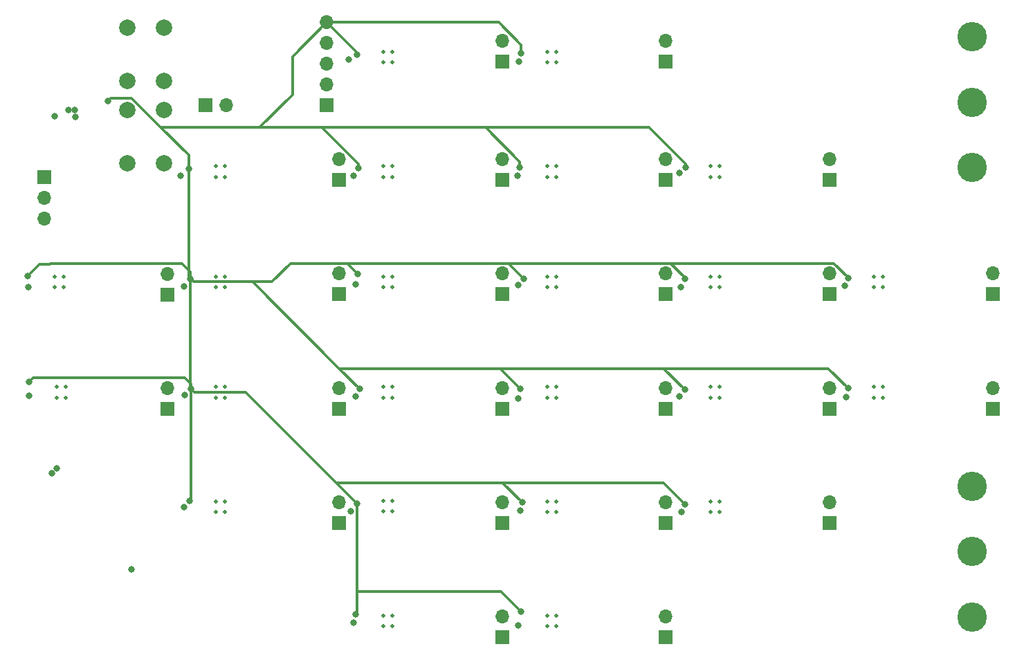
<source format=gbr>
%TF.GenerationSoftware,KiCad,Pcbnew,5.1.10-88a1d61d58~90~ubuntu20.04.1*%
%TF.CreationDate,2021-12-30T14:19:47+01:00*%
%TF.ProjectId,MTSM340UV2-F5120S-current-driver,4d54534d-3334-4305-9556-322d46353132,rev?*%
%TF.SameCoordinates,Original*%
%TF.FileFunction,Copper,L2,Inr*%
%TF.FilePolarity,Positive*%
%FSLAX46Y46*%
G04 Gerber Fmt 4.6, Leading zero omitted, Abs format (unit mm)*
G04 Created by KiCad (PCBNEW 5.1.10-88a1d61d58~90~ubuntu20.04.1) date 2021-12-30 14:19:47*
%MOMM*%
%LPD*%
G01*
G04 APERTURE LIST*
%TA.AperFunction,ComponentPad*%
%ADD10R,1.700000X1.700000*%
%TD*%
%TA.AperFunction,ComponentPad*%
%ADD11O,1.700000X1.700000*%
%TD*%
%TA.AperFunction,ComponentPad*%
%ADD12C,2.000000*%
%TD*%
%TA.AperFunction,ComponentPad*%
%ADD13C,0.500000*%
%TD*%
%TA.AperFunction,ComponentPad*%
%ADD14C,3.600000*%
%TD*%
%TA.AperFunction,ViaPad*%
%ADD15C,0.800000*%
%TD*%
%TA.AperFunction,Conductor*%
%ADD16C,0.300000*%
%TD*%
G04 APERTURE END LIST*
D10*
%TO.N,+12V*%
%TO.C,J1*%
X66000000Y-115540000D03*
D11*
%TO.N,/LM3407-current-controller/LED-*%
X66000000Y-113000000D03*
%TD*%
%TO.N,/sheet61CCCCC4/LED-*%
%TO.C,J2*%
X66000000Y-126960000D03*
D10*
%TO.N,+12V*%
X66000000Y-129500000D03*
%TD*%
%TO.N,+12V*%
%TO.C,J3*%
X87000000Y-101500000D03*
D11*
%TO.N,/sheet61CCCDBA/LED-*%
X87000000Y-98960000D03*
%TD*%
%TO.N,/sheet61CCCDC0/LED-*%
%TO.C,J4*%
X87000000Y-112960000D03*
D10*
%TO.N,+12V*%
X87000000Y-115500000D03*
%TD*%
%TO.N,+12V*%
%TO.C,J5*%
X87000000Y-129500000D03*
D11*
%TO.N,/sheet61CCCFC4/LED-*%
X87000000Y-126960000D03*
%TD*%
%TO.N,/sheet61CCCFCA/LED-*%
%TO.C,J6*%
X87000000Y-140960000D03*
D10*
%TO.N,+12V*%
X87000000Y-143500000D03*
%TD*%
%TO.N,+12V*%
%TO.C,J7*%
X107000000Y-87000000D03*
D11*
%TO.N,/sheet61CCCFD0/LED-*%
X107000000Y-84460000D03*
%TD*%
%TO.N,/sheet61CCCFD6/LED-*%
%TO.C,J8*%
X107000000Y-98960000D03*
D10*
%TO.N,+12V*%
X107000000Y-101500000D03*
%TD*%
D11*
%TO.N,ENABLE*%
%TO.C,J9*%
X73240000Y-92400000D03*
D10*
%TO.N,GND*%
X70700000Y-92400000D03*
%TD*%
%TO.N,+12V*%
%TO.C,J10*%
X107000000Y-115500000D03*
D11*
%TO.N,/sheet61CCD8EC/LED-*%
X107000000Y-112960000D03*
%TD*%
%TO.N,/sheet61CCD8F2/LED-*%
%TO.C,J11*%
X107000000Y-126960000D03*
D10*
%TO.N,+12V*%
X107000000Y-129500000D03*
%TD*%
%TO.N,+12V*%
%TO.C,J12*%
X107000000Y-143500000D03*
D11*
%TO.N,/sheet61CCD8F8/LED-*%
X107000000Y-140960000D03*
%TD*%
%TO.N,/sheet61CCD8FE/LED-*%
%TO.C,J13*%
X107000000Y-154960000D03*
D10*
%TO.N,+12V*%
X107000000Y-157500000D03*
%TD*%
%TO.N,+12V*%
%TO.C,J14*%
X127000000Y-87000000D03*
D11*
%TO.N,/sheet61CCD904/LED-*%
X127000000Y-84460000D03*
%TD*%
D10*
%TO.N,+12V*%
%TO.C,J15*%
X127000000Y-101500000D03*
D11*
%TO.N,/sheet61CCD90A/LED-*%
X127000000Y-98960000D03*
%TD*%
D10*
%TO.N,+12V*%
%TO.C,J16*%
X127000000Y-115500000D03*
D11*
%TO.N,/sheet61CCD910/LED-*%
X127000000Y-112960000D03*
%TD*%
%TO.N,/sheet61CCD916/LED-*%
%TO.C,J17*%
X127000000Y-126960000D03*
D10*
%TO.N,+12V*%
X127000000Y-129500000D03*
%TD*%
%TO.N,+12V*%
%TO.C,J18*%
X127000000Y-143500000D03*
D11*
%TO.N,/sheet61CCE2A4/LED-*%
X127000000Y-140960000D03*
%TD*%
%TO.N,/sheet61CCE2AA/LED-*%
%TO.C,J19*%
X127000000Y-154960000D03*
D10*
%TO.N,+12V*%
X127000000Y-157500000D03*
%TD*%
%TO.N,+12V*%
%TO.C,J20*%
X147000000Y-101500000D03*
D11*
%TO.N,/sheet61CCE2B0/LED-*%
X147000000Y-98960000D03*
%TD*%
%TO.N,/sheet61CCE2B6/LED-*%
%TO.C,J21*%
X147000000Y-112960000D03*
D10*
%TO.N,+12V*%
X147000000Y-115500000D03*
%TD*%
%TO.N,+12V*%
%TO.C,J22*%
X147000000Y-129500000D03*
D11*
%TO.N,/sheet61CCE2BC/LED-*%
X147000000Y-126960000D03*
%TD*%
%TO.N,/sheet61CCE2C2/LED-*%
%TO.C,J23*%
X147000000Y-140960000D03*
D10*
%TO.N,+12V*%
X147000000Y-143500000D03*
%TD*%
%TO.N,+12V*%
%TO.C,J24*%
X167000000Y-115500000D03*
D11*
%TO.N,/sheet61CCE2C8/LED-*%
X167000000Y-112960000D03*
%TD*%
%TO.N,/sheet61CCE2CE/LED-*%
%TO.C,J25*%
X167000000Y-126960000D03*
D10*
%TO.N,+12V*%
X167000000Y-129500000D03*
%TD*%
D12*
%TO.N,GND*%
%TO.C,SW1*%
X65600000Y-89400000D03*
%TO.N,Net-(J26-Pad3)*%
X61100000Y-89400000D03*
%TO.N,GND*%
X65600000Y-82900000D03*
%TO.N,Net-(J26-Pad3)*%
X61100000Y-82900000D03*
%TD*%
%TO.N,Net-(J26-Pad4)*%
%TO.C,SW2*%
X61100000Y-93000000D03*
%TO.N,GND*%
X65600000Y-93000000D03*
%TO.N,Net-(J26-Pad4)*%
X61100000Y-99500000D03*
%TO.N,GND*%
X65600000Y-99500000D03*
%TD*%
D13*
%TO.N,GND*%
%TO.C,U1*%
X52234000Y-113350000D03*
X53334000Y-113350000D03*
X52234000Y-114650000D03*
X53334000Y-114650000D03*
%TD*%
%TO.N,GND*%
%TO.C,U2*%
X52450000Y-126850000D03*
X53550000Y-126850000D03*
X52450000Y-128150000D03*
X53550000Y-128150000D03*
%TD*%
%TO.N,GND*%
%TO.C,U3*%
X73050000Y-101150000D03*
X71950000Y-101150000D03*
X73050000Y-99850000D03*
X71950000Y-99850000D03*
%TD*%
%TO.N,GND*%
%TO.C,U4*%
X71950000Y-113350000D03*
X73050000Y-113350000D03*
X71950000Y-114650000D03*
X73050000Y-114650000D03*
%TD*%
%TO.N,GND*%
%TO.C,U5*%
X73050000Y-128150000D03*
X71950000Y-128150000D03*
X73050000Y-126850000D03*
X71950000Y-126850000D03*
%TD*%
%TO.N,GND*%
%TO.C,U6*%
X71950000Y-140850000D03*
X73050000Y-140850000D03*
X71950000Y-142150000D03*
X73050000Y-142150000D03*
%TD*%
%TO.N,GND*%
%TO.C,U7*%
X92450000Y-85850000D03*
X93550000Y-85850000D03*
X92450000Y-87150000D03*
X93550000Y-87150000D03*
%TD*%
%TO.N,GND*%
%TO.C,U8*%
X92450000Y-99850000D03*
X93550000Y-99850000D03*
X92450000Y-101150000D03*
X93550000Y-101150000D03*
%TD*%
%TO.N,GND*%
%TO.C,U9*%
X93550000Y-114650000D03*
X92450000Y-114650000D03*
X93550000Y-113350000D03*
X92450000Y-113350000D03*
%TD*%
%TO.N,GND*%
%TO.C,U10*%
X92450000Y-126850000D03*
X93550000Y-126850000D03*
X92450000Y-128150000D03*
X93550000Y-128150000D03*
%TD*%
%TO.N,GND*%
%TO.C,U11*%
X93550000Y-142110000D03*
X92450000Y-142110000D03*
X93550000Y-140810000D03*
X92450000Y-140810000D03*
%TD*%
%TO.N,GND*%
%TO.C,U12*%
X92450000Y-154850000D03*
X93550000Y-154850000D03*
X92450000Y-156150000D03*
X93550000Y-156150000D03*
%TD*%
%TO.N,GND*%
%TO.C,U13*%
X113550000Y-87150000D03*
X112450000Y-87150000D03*
X113550000Y-85850000D03*
X112450000Y-85850000D03*
%TD*%
%TO.N,GND*%
%TO.C,U14*%
X113550000Y-101150000D03*
X112450000Y-101150000D03*
X113550000Y-99850000D03*
X112450000Y-99850000D03*
%TD*%
%TO.N,GND*%
%TO.C,U15*%
X113550000Y-114650000D03*
X112450000Y-114650000D03*
X113550000Y-113350000D03*
X112450000Y-113350000D03*
%TD*%
%TO.N,GND*%
%TO.C,U16*%
X113550000Y-128150000D03*
X112450000Y-128150000D03*
X113550000Y-126850000D03*
X112450000Y-126850000D03*
%TD*%
%TO.N,GND*%
%TO.C,U17*%
X112450000Y-140850000D03*
X113550000Y-140850000D03*
X112450000Y-142150000D03*
X113550000Y-142150000D03*
%TD*%
%TO.N,GND*%
%TO.C,U18*%
X113550000Y-156150000D03*
X112450000Y-156150000D03*
X113550000Y-154850000D03*
X112450000Y-154850000D03*
%TD*%
%TO.N,GND*%
%TO.C,U19*%
X133550000Y-101150000D03*
X132450000Y-101150000D03*
X133550000Y-99850000D03*
X132450000Y-99850000D03*
%TD*%
%TO.N,GND*%
%TO.C,U20*%
X133550000Y-114650000D03*
X132450000Y-114650000D03*
X133550000Y-113350000D03*
X132450000Y-113350000D03*
%TD*%
%TO.N,GND*%
%TO.C,U21*%
X132450000Y-126850000D03*
X133550000Y-126850000D03*
X132450000Y-128150000D03*
X133550000Y-128150000D03*
%TD*%
%TO.N,GND*%
%TO.C,U22*%
X132450000Y-140850000D03*
X133550000Y-140850000D03*
X132450000Y-142150000D03*
X133550000Y-142150000D03*
%TD*%
%TO.N,GND*%
%TO.C,U23*%
X152450000Y-113350000D03*
X153550000Y-113350000D03*
X152450000Y-114650000D03*
X153550000Y-114650000D03*
%TD*%
%TO.N,GND*%
%TO.C,U24*%
X153550000Y-128150000D03*
X152450000Y-128150000D03*
X153550000Y-126850000D03*
X152450000Y-126850000D03*
%TD*%
D14*
%TO.N,+12V*%
%TO.C,H1*%
X164500000Y-147000000D03*
%TD*%
%TO.N,+12V*%
%TO.C,H2*%
X164500000Y-139000000D03*
%TD*%
%TO.N,+12V*%
%TO.C,H3*%
X164500000Y-155000000D03*
%TD*%
%TO.N,GND*%
%TO.C,H4*%
X164500000Y-84000000D03*
%TD*%
%TO.N,GND*%
%TO.C,H5*%
X164500000Y-100000000D03*
%TD*%
%TO.N,GND*%
%TO.C,H6*%
X164500000Y-92000000D03*
%TD*%
D10*
%TO.N,GND*%
%TO.C,J27*%
X85500000Y-92400000D03*
D11*
%TO.N,+5V*%
X85500000Y-89860000D03*
%TO.N,+12V*%
X85500000Y-87320000D03*
%TO.N,ENABLE*%
X85500000Y-84780000D03*
%TO.N,PWM*%
X85500000Y-82240000D03*
%TD*%
D10*
%TO.N,GND*%
%TO.C,J28*%
X50900000Y-101200000D03*
D11*
%TO.N,TX*%
X50900000Y-103740000D03*
%TO.N,RX*%
X50900000Y-106280000D03*
%TD*%
D15*
%TO.N,+12V*%
X61600000Y-149200000D03*
%TO.N,GND*%
X52200000Y-93700000D03*
%TO.N,+5V*%
X52500000Y-136800000D03*
X53900000Y-93000000D03*
X54694999Y-93005001D03*
X54750000Y-93850000D03*
X51850000Y-137450000D03*
%TO.N,ENABLE*%
X88200000Y-86800000D03*
X109000000Y-87000000D03*
X67600000Y-101000000D03*
X88800000Y-101000000D03*
X108883070Y-100976189D03*
X128631777Y-100640186D03*
X49000000Y-114600000D03*
X68050000Y-114513814D03*
X89000000Y-114300000D03*
X108949208Y-114359258D03*
X128800000Y-114600000D03*
X148900000Y-114500000D03*
X49100000Y-127900000D03*
X89000000Y-128000000D03*
X108900000Y-128300000D03*
X128700000Y-128000000D03*
X149100000Y-128100000D03*
X68049208Y-141559258D03*
X88450000Y-142093886D03*
X109183070Y-141976189D03*
X128906080Y-142119147D03*
X88800000Y-155700000D03*
X108959814Y-156068223D03*
X68150000Y-127807108D03*
%TO.N,PWM*%
X58700000Y-91900000D03*
X68600000Y-100200000D03*
X68800000Y-113600000D03*
X68900000Y-127100000D03*
X89200000Y-141100000D03*
X89500000Y-127100000D03*
X89200000Y-86200000D03*
X109300000Y-86000000D03*
X89400000Y-100100000D03*
X109100000Y-100000000D03*
X129400000Y-100000000D03*
X89300000Y-113000000D03*
X109600000Y-113600000D03*
X129300000Y-113600000D03*
X149300000Y-113500000D03*
X109200000Y-127100000D03*
X129300000Y-127200000D03*
X149300000Y-127000000D03*
X109400000Y-141000000D03*
X129300000Y-141200000D03*
X48900000Y-113300000D03*
X49100000Y-126200000D03*
X68700000Y-140800000D03*
X89000000Y-154700000D03*
X109238332Y-154361668D03*
%TD*%
D16*
%TO.N,PWM*%
X68600000Y-98501998D02*
X68600000Y-100200000D01*
X59099999Y-91500001D02*
X61598003Y-91500001D01*
X58700000Y-91900000D02*
X59099999Y-91500001D01*
X68600000Y-113400000D02*
X68800000Y-113600000D01*
X68600000Y-100200000D02*
X68600000Y-113400000D01*
X68800000Y-127000000D02*
X68900000Y-127100000D01*
X68800000Y-113600000D02*
X68800000Y-127000000D01*
X69299999Y-127499999D02*
X75599999Y-127499999D01*
X68900000Y-127100000D02*
X69299999Y-127499999D01*
X69199999Y-113999999D02*
X76399999Y-113999999D01*
X68800000Y-113600000D02*
X69199999Y-113999999D01*
X61598003Y-91500001D02*
X65199001Y-95100999D01*
X65199001Y-95100999D02*
X68600000Y-98501998D01*
X77299001Y-95100999D02*
X81300000Y-91100000D01*
X81300000Y-86440000D02*
X85500000Y-82240000D01*
X81300000Y-91100000D02*
X81300000Y-86440000D01*
X89200000Y-85940000D02*
X89200000Y-86200000D01*
X85500000Y-82240000D02*
X89200000Y-85940000D01*
X109300000Y-84983998D02*
X109300000Y-86000000D01*
X106556002Y-82240000D02*
X109300000Y-84983998D01*
X85500000Y-82240000D02*
X106556002Y-82240000D01*
X89400000Y-99583998D02*
X89400000Y-100100000D01*
X84917001Y-95100999D02*
X89400000Y-99583998D01*
X77100999Y-95100999D02*
X84917001Y-95100999D01*
X65199001Y-95100999D02*
X77100999Y-95100999D01*
X77100999Y-95100999D02*
X77299001Y-95100999D01*
X104917001Y-95100999D02*
X109100000Y-99283998D01*
X84917001Y-95100999D02*
X104917001Y-95100999D01*
X109100000Y-99283998D02*
X109100000Y-100000000D01*
X129400000Y-99583998D02*
X129400000Y-100000000D01*
X124917001Y-95100999D02*
X129400000Y-99583998D01*
X104917001Y-95100999D02*
X124917001Y-95100999D01*
X76399999Y-113999999D02*
X78800001Y-113999999D01*
X88059999Y-111759999D02*
X89300000Y-113000000D01*
X81040001Y-111759999D02*
X88059999Y-111759999D01*
X78800001Y-113999999D02*
X81040001Y-111759999D01*
X107759999Y-111759999D02*
X109600000Y-113600000D01*
X88059999Y-111759999D02*
X107759999Y-111759999D01*
X129300000Y-113483998D02*
X129300000Y-113600000D01*
X127576001Y-111759999D02*
X129300000Y-113483998D01*
X107759999Y-111759999D02*
X127576001Y-111759999D01*
X149300000Y-113483998D02*
X149300000Y-113500000D01*
X147576001Y-111759999D02*
X149300000Y-113483998D01*
X127576001Y-111759999D02*
X147576001Y-111759999D01*
X106700000Y-124600000D02*
X109200000Y-127100000D01*
X87000000Y-124600000D02*
X106700000Y-124600000D01*
X76399999Y-113999999D02*
X87000000Y-124600000D01*
X87000000Y-124600000D02*
X89500000Y-127100000D01*
X126700000Y-124600000D02*
X129300000Y-127200000D01*
X106700000Y-124600000D02*
X126700000Y-124600000D01*
X146900000Y-124600000D02*
X149300000Y-127000000D01*
X126700000Y-124600000D02*
X146900000Y-124600000D01*
X107000000Y-138600000D02*
X109400000Y-141000000D01*
X86700000Y-138600000D02*
X107000000Y-138600000D01*
X75599999Y-127499999D02*
X86700000Y-138600000D01*
X86700000Y-138600000D02*
X89200000Y-141100000D01*
X126700000Y-138600000D02*
X129300000Y-141200000D01*
X107000000Y-138600000D02*
X126700000Y-138600000D01*
X68800000Y-113600000D02*
X68800000Y-112800000D01*
X67799999Y-111799999D02*
X51700001Y-111799999D01*
X68800000Y-112800000D02*
X67799999Y-111799999D01*
X50333999Y-111866001D02*
X48900000Y-113300000D01*
X51633999Y-111866001D02*
X50333999Y-111866001D01*
X51700001Y-111799999D02*
X51633999Y-111866001D01*
X68900000Y-127100000D02*
X68900000Y-126500000D01*
X49540001Y-125759999D02*
X49100000Y-126200000D01*
X68159999Y-125759999D02*
X49540001Y-125759999D01*
X68900000Y-126500000D02*
X68159999Y-125759999D01*
X68900000Y-140600000D02*
X68700000Y-140800000D01*
X68900000Y-127100000D02*
X68900000Y-140600000D01*
X89200000Y-154500000D02*
X89000000Y-154700000D01*
X89200000Y-151900000D02*
X89200000Y-154500000D01*
X89200000Y-141100000D02*
X89200000Y-151900000D01*
X89200000Y-151900000D02*
X105716002Y-151900000D01*
X106776664Y-151900000D02*
X109238332Y-154361668D01*
X105716002Y-151900000D02*
X106776664Y-151900000D01*
%TD*%
M02*

</source>
